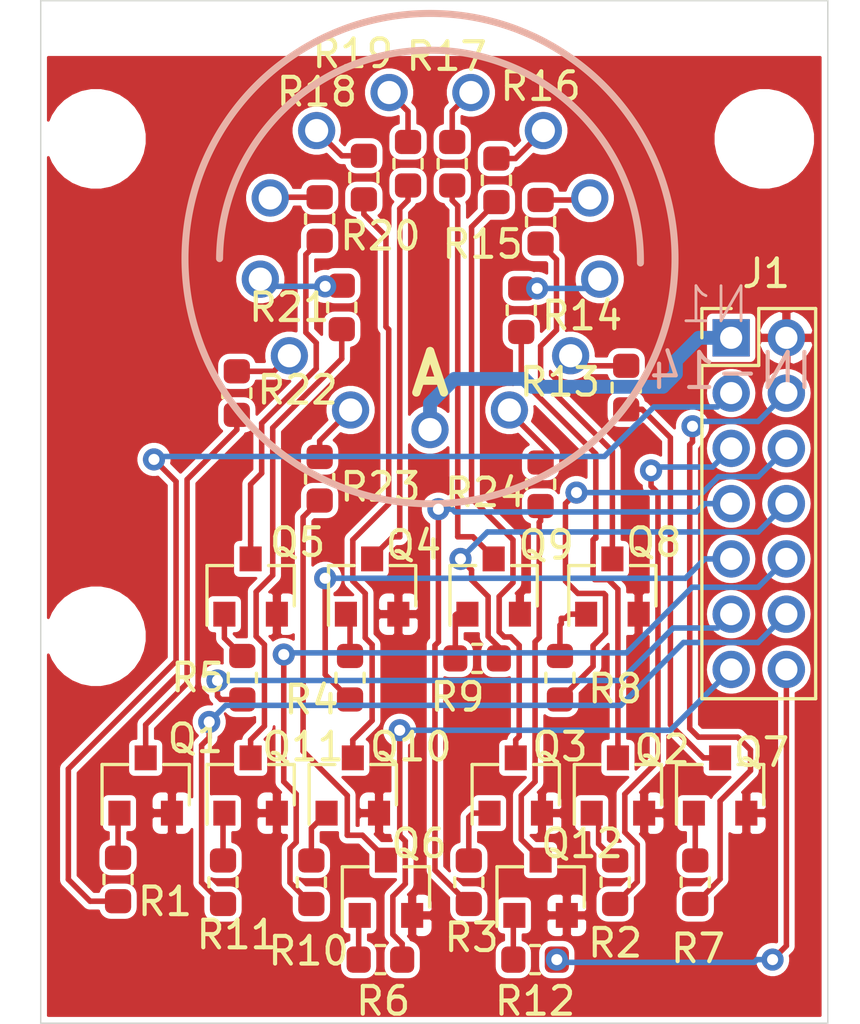
<source format=kicad_pcb>
(kicad_pcb (version 20171130) (host pcbnew "(5.1.2-1)-1")
  (layers (0 F.Cu signal) (31 B.Cu signal) (34 B.Paste user) (35 F.Paste user) (36 B.SilkS user hide) (37 F.SilkS user) (38 B.Mask user) (39 F.Mask user) (44 Edge.Cuts user))
  (net 0 "")
  (net 1 /PRD)
  (net 2 /PLD)
  (net 3 /P9)
  (net 4 /P8)
  (net 5 /P7)
  (net 6 /P6)
  (net 7 /P5)
  (net 8 /P4)
  (net 9 /P3)
  (net 10 /P2)
  (net 11 /P1)
  (net 12 /P0)
  (net 13 GND)
  (net 14 /+150V)
  (net 15 /O0)
  (net 16 /O1)
  (net 17 /O2)
  (net 18 /O3)
  (net 19 /O4)
  (net 20 /O5)
  (net 21 /O6)
  (net 22 /O7)
  (net 23 /O8)
  (net 24 /O9)
  (net 25 /OLD)
  (net 26 /ORD)
  (net 27 "Net-(N1-Pad0)")
  (net 28 "Net-(N1-Pad1)")
  (net 29 "Net-(N1-Pad2)")
  (net 30 "Net-(N1-Pad3)")
  (net 31 "Net-(N1-Pad4)")
  (net 32 "Net-(N1-Pad5)")
  (net 33 "Net-(N1-Pad6)")
  (net 34 "Net-(N1-Pad7)")
  (net 35 "Net-(N1-Pad8)")
  (net 36 "Net-(N1-Pad9)")
  (net 37 "Net-(N1-PadLHDP)")
  (net 38 "Net-(N1-PadRHDP)")
  (net 39 "Net-(Q1-Pad1)")
  (net 40 "Net-(Q2-Pad1)")
  (net 41 "Net-(Q3-Pad1)")
  (net 42 "Net-(Q4-Pad1)")
  (net 43 "Net-(Q5-Pad1)")
  (net 44 "Net-(Q6-Pad1)")
  (net 45 "Net-(Q7-Pad1)")
  (net 46 "Net-(Q8-Pad1)")
  (net 47 "Net-(Q9-Pad1)")
  (net 48 "Net-(Q10-Pad1)")
  (net 49 "Net-(Q11-Pad1)")
  (net 50 "Net-(Q12-Pad1)")
  (module MountingHole:MountingHole_3.2mm_M3 (layer F.Cu) (at 152 101)
    (fp_text reference REF** hide)
    (fp_text value MountingHole_3.2mm_M3)
    (pad 1 np_thru_hole circle (at 0 0) (size 3.2 3.2) (drill 3.2) (layers *.Cu *.Mask))
  )
  (module MountingHole:MountingHole_3.2mm_M3 (layer F.Cu) (at 152 83)
    (fp_text reference REF** hide)
    (fp_text value MountingHole_3.2mm_M3)
    (pad 1 np_thru_hole circle (at 0 0) (size 3.2 3.2) (drill 3.2) (layers *.Cu *.Mask))
  )
  (module MountingHole:MountingHole_3.2mm_M3 (layer F.Cu) (at 176.2 83)
    (fp_text reference REF** hide)
    (fp_text value MountingHole_3.2mm_M3)
    (pad 1 np_thru_hole circle (at 0 0) (size 3.2 3.2) (drill 3.2) (layers *.Cu *.Mask))
  )
  (module Connector_PinHeader_2.00mm:PinHeader_2x07_P2.00mm_Vertical (layer F.Cu) (at 175 90.2)
    (fp_text reference J1 (at 1.27 -2.33) (layer F.SilkS))
    (fp_text value 2x7_2.54mm)
    (pad 14 thru_hole oval (at 2 12) (size 1.35 1.35) (drill 0.8) (layers *.Cu *.Mask) (net 1 /PRD))
    (pad 13 thru_hole oval (at 0 12) (size 1.35 1.35) (drill 0.8) (layers *.Cu *.Mask) (net 2 /PLD))
    (pad 12 thru_hole oval (at 2 10) (size 1.35 1.35) (drill 0.8) (layers *.Cu *.Mask) (net 3 /P9))
    (pad 11 thru_hole oval (at 0 10) (size 1.35 1.35) (drill 0.8) (layers *.Cu *.Mask) (net 4 /P8))
    (pad 10 thru_hole oval (at 2 8) (size 1.35 1.35) (drill 0.8) (layers *.Cu *.Mask) (net 5 /P7))
    (pad 9 thru_hole oval (at 0 8) (size 1.35 1.35) (drill 0.8) (layers *.Cu *.Mask) (net 6 /P6))
    (pad 8 thru_hole oval (at 2 6) (size 1.35 1.35) (drill 0.8) (layers *.Cu *.Mask) (net 7 /P5))
    (pad 7 thru_hole oval (at 0 6) (size 1.35 1.35) (drill 0.8) (layers *.Cu *.Mask) (net 8 /P4))
    (pad 6 thru_hole oval (at 2 4) (size 1.35 1.35) (drill 0.8) (layers *.Cu *.Mask) (net 9 /P3))
    (pad 5 thru_hole oval (at 0 4) (size 1.35 1.35) (drill 0.8) (layers *.Cu *.Mask) (net 10 /P2))
    (pad 4 thru_hole oval (at 2 2) (size 1.35 1.35) (drill 0.8) (layers *.Cu *.Mask) (net 11 /P1))
    (pad 3 thru_hole oval (at 0 2) (size 1.35 1.35) (drill 0.8) (layers *.Cu *.Mask) (net 12 /P0))
    (pad 2 thru_hole oval (at 2 0) (size 1.35 1.35) (drill 0.8) (layers *.Cu *.Mask) (net 13 GND))
    (pad 1 thru_hole rect (at 0 0) (size 1.35 1.35) (drill 0.8) (layers *.Cu *.Mask) (net 14 /+150V))
  )
  (module nixies-us:nixies-us-IN-14 (layer B.Cu) (at 164.09536 87.33296 180)
    (fp_text reference N1 (at -10.29536 -1.66704 180) (layer B.SilkS) (effects (font (size 1.27 1.27) (thickness 0.1016)) (justify mirror)))
    (fp_text value IN-14 (at -10.89536 -4.06704) (layer B.SilkS) (effects (font (size 1.27 1.27)) (justify mirror)))
    (pad 0 thru_hole circle (at 5.0927 -3.51536 180) (size 1.3462 1.3462) (drill 0.8382) (layers *.Cu *.Mask) (net 27 "Net-(N1-Pad0)"))
    (pad 1 thru_hole circle (at -5.0927 -3.51536 180) (size 1.3462 1.3462) (drill 0.8382) (layers *.Cu *.Mask) (net 28 "Net-(N1-Pad1)"))
    (pad 2 thru_hole circle (at -6.14426 -0.74422 180) (size 1.3462 1.3462) (drill 0.8382) (layers *.Cu *.Mask) (net 29 "Net-(N1-Pad2)"))
    (pad 3 thru_hole circle (at -5.78612 2.19456 180) (size 1.3462 1.3462) (drill 0.8382) (layers *.Cu *.Mask) (net 30 "Net-(N1-Pad3)"))
    (pad 4 thru_hole circle (at -4.10464 4.63296 180) (size 1.3462 1.3462) (drill 0.8382) (layers *.Cu *.Mask) (net 31 "Net-(N1-Pad4)"))
    (pad 5 thru_hole circle (at -1.48082 6.00964 180) (size 1.3462 1.3462) (drill 0.8382) (layers *.Cu *.Mask) (net 32 "Net-(N1-Pad5)"))
    (pad 6 thru_hole circle (at 1.48082 6.00964 180) (size 1.3462 1.3462) (drill 0.8382) (layers *.Cu *.Mask) (net 33 "Net-(N1-Pad6)"))
    (pad 7 thru_hole circle (at 4.10464 4.63296 180) (size 1.3462 1.3462) (drill 0.8382) (layers *.Cu *.Mask) (net 34 "Net-(N1-Pad7)"))
    (pad 8 thru_hole circle (at 5.78612 2.19456 180) (size 1.3462 1.3462) (drill 0.8382) (layers *.Cu *.Mask) (net 35 "Net-(N1-Pad8)"))
    (pad 9 thru_hole circle (at 6.14426 -0.74422 180) (size 1.3462 1.3462) (drill 0.8382) (layers *.Cu *.Mask) (net 36 "Net-(N1-Pad9)"))
    (pad A thru_hole circle (at 0 -6.18744 180) (size 1.3462 1.3462) (drill 0.8382) (layers *.Cu *.Mask) (net 14 /+150V))
    (pad LHDP thru_hole circle (at 2.87528 -5.47878 180) (size 1.3462 1.3462) (drill 0.8382) (layers *.Cu *.Mask) (net 37 "Net-(N1-PadLHDP)"))
    (pad RHDP thru_hole circle (at -2.87528 -5.47878 180) (size 1.3462 1.3462) (drill 0.8382) (layers *.Cu *.Mask) (net 38 "Net-(N1-PadRHDP)"))
  )
  (module Package_TO_SOT_SMD:SOT-23 (layer F.Cu) (at 153.8 106.4 90)
    (fp_text reference Q1 (at 1.7 1.8 180) (layer F.SilkS))
    (fp_text value BSS139)
    (pad 1 smd rect (at -1 -0.95 90) (size 0.9 0.8) (layers F.Cu F.Paste F.Mask) (net 39 "Net-(Q1-Pad1)"))
    (pad 2 smd rect (at -1 0.95 90) (size 0.9 0.8) (layers F.Cu F.Paste F.Mask) (net 13 GND))
    (pad 3 smd rect (at 1 0 90) (size 0.9 0.8) (layers F.Cu F.Paste F.Mask) (net 15 /O0))
  )
  (module Package_TO_SOT_SMD:SOT-23 (layer F.Cu) (at 170.9 106.4 90)
    (fp_text reference Q2 (at 1.3 1.6 180) (layer F.SilkS))
    (fp_text value BSS139)
    (pad 1 smd rect (at -1 -0.95 90) (size 0.9 0.8) (layers F.Cu F.Paste F.Mask) (net 40 "Net-(Q2-Pad1)"))
    (pad 2 smd rect (at -1 0.95 90) (size 0.9 0.8) (layers F.Cu F.Paste F.Mask) (net 13 GND))
    (pad 3 smd rect (at 1 0 90) (size 0.9 0.8) (layers F.Cu F.Paste F.Mask) (net 17 /O2))
  )
  (module Package_TO_SOT_SMD:SOT-23 (layer F.Cu) (at 167.2 106.4 90)
    (fp_text reference Q3 (at 1.4 1.6 180) (layer F.SilkS))
    (fp_text value BSS139)
    (pad 1 smd rect (at -1 -0.95 90) (size 0.9 0.8) (layers F.Cu F.Paste F.Mask) (net 41 "Net-(Q3-Pad1)"))
    (pad 2 smd rect (at -1 0.95 90) (size 0.9 0.8) (layers F.Cu F.Paste F.Mask) (net 13 GND))
    (pad 3 smd rect (at 1 0 90) (size 0.9 0.8) (layers F.Cu F.Paste F.Mask) (net 19 /O4))
  )
  (module Package_TO_SOT_SMD:SOT-23 (layer F.Cu) (at 162 99.2 90)
    (fp_text reference Q4 (at 1.5 1.5 180) (layer F.SilkS))
    (fp_text value BSS139)
    (pad 1 smd rect (at -1 -0.95 90) (size 0.9 0.8) (layers F.Cu F.Paste F.Mask) (net 42 "Net-(Q4-Pad1)"))
    (pad 2 smd rect (at -1 0.95 90) (size 0.9 0.8) (layers F.Cu F.Paste F.Mask) (net 13 GND))
    (pad 3 smd rect (at 1 0 90) (size 0.9 0.8) (layers F.Cu F.Paste F.Mask) (net 21 /O6))
  )
  (module Package_TO_SOT_SMD:SOT-23 (layer F.Cu) (at 157.6 99.2 90)
    (fp_text reference Q5 (at 1.6 1.7 180) (layer F.SilkS))
    (fp_text value BSS139)
    (pad 3 smd rect (at 1 0 90) (size 0.9 0.8) (layers F.Cu F.Paste F.Mask) (net 23 /O8))
    (pad 2 smd rect (at -1 0.95 90) (size 0.9 0.8) (layers F.Cu F.Paste F.Mask) (net 13 GND))
    (pad 1 smd rect (at -1 -0.95 90) (size 0.9 0.8) (layers F.Cu F.Paste F.Mask) (net 43 "Net-(Q5-Pad1)"))
  )
  (module Package_TO_SOT_SMD:SOT-23 (layer F.Cu) (at 162.5 110.1 90)
    (fp_text reference Q6 (at 1.6 1.2 180) (layer F.SilkS))
    (fp_text value BSS139)
    (pad 3 smd rect (at 1 0 90) (size 0.9 0.8) (layers F.Cu F.Paste F.Mask) (net 25 /OLD))
    (pad 2 smd rect (at -1 0.95 90) (size 0.9 0.8) (layers F.Cu F.Paste F.Mask) (net 13 GND))
    (pad 1 smd rect (at -1 -0.95 90) (size 0.9 0.8) (layers F.Cu F.Paste F.Mask) (net 44 "Net-(Q6-Pad1)"))
  )
  (module Package_TO_SOT_SMD:SOT-23 (layer F.Cu) (at 174.6 106.4 90)
    (fp_text reference Q7 (at 1.2 1.5) (layer F.SilkS))
    (fp_text value BSS139)
    (pad 3 smd rect (at 1 0 90) (size 0.9 0.8) (layers F.Cu F.Paste F.Mask) (net 16 /O1))
    (pad 2 smd rect (at -1 0.95 90) (size 0.9 0.8) (layers F.Cu F.Paste F.Mask) (net 13 GND))
    (pad 1 smd rect (at -1 -0.95 90) (size 0.9 0.8) (layers F.Cu F.Paste F.Mask) (net 45 "Net-(Q7-Pad1)"))
  )
  (module Package_TO_SOT_SMD:SOT-23 (layer F.Cu) (at 170.7 99.2 90)
    (fp_text reference Q8 (at 1.6 1.5 180) (layer F.SilkS))
    (fp_text value BSS139)
    (pad 3 smd rect (at 1 0 90) (size 0.9 0.8) (layers F.Cu F.Paste F.Mask) (net 18 /O3))
    (pad 2 smd rect (at -1 0.95 90) (size 0.9 0.8) (layers F.Cu F.Paste F.Mask) (net 13 GND))
    (pad 1 smd rect (at -1 -0.95 90) (size 0.9 0.8) (layers F.Cu F.Paste F.Mask) (net 46 "Net-(Q8-Pad1)"))
  )
  (module Package_TO_SOT_SMD:SOT-23 (layer F.Cu) (at 166.4 99.2 90)
    (fp_text reference Q9 (at 1.5 1.9 180) (layer F.SilkS))
    (fp_text value BSS139)
    (pad 3 smd rect (at 1 0 90) (size 0.9 0.8) (layers F.Cu F.Paste F.Mask) (net 20 /O5))
    (pad 2 smd rect (at -1 0.95 90) (size 0.9 0.8) (layers F.Cu F.Paste F.Mask) (net 13 GND))
    (pad 1 smd rect (at -1 -0.95 90) (size 0.9 0.8) (layers F.Cu F.Paste F.Mask) (net 47 "Net-(Q9-Pad1)"))
  )
  (module Package_TO_SOT_SMD:SOT-23 (layer F.Cu) (at 161.3 106.4 90)
    (fp_text reference Q10 (at 1.4 2.1 180) (layer F.SilkS))
    (fp_text value BSS139)
    (pad 3 smd rect (at 1 0 90) (size 0.9 0.8) (layers F.Cu F.Paste F.Mask) (net 22 /O7))
    (pad 2 smd rect (at -1 0.95 90) (size 0.9 0.8) (layers F.Cu F.Paste F.Mask) (net 13 GND))
    (pad 1 smd rect (at -1 -0.95 90) (size 0.9 0.8) (layers F.Cu F.Paste F.Mask) (net 48 "Net-(Q10-Pad1)"))
  )
  (module Package_TO_SOT_SMD:SOT-23 (layer F.Cu) (at 157.6 106.4 90)
    (fp_text reference Q11 (at 1.4 1.9 180) (layer F.SilkS))
    (fp_text value BSS139)
    (pad 1 smd rect (at -1 -0.95 90) (size 0.9 0.8) (layers F.Cu F.Paste F.Mask) (net 49 "Net-(Q11-Pad1)"))
    (pad 2 smd rect (at -1 0.95 90) (size 0.9 0.8) (layers F.Cu F.Paste F.Mask) (net 13 GND))
    (pad 3 smd rect (at 1 0 90) (size 0.9 0.8) (layers F.Cu F.Paste F.Mask) (net 24 /O9))
  )
  (module Package_TO_SOT_SMD:SOT-23 (layer F.Cu) (at 168.1 110.1 90)
    (fp_text reference Q12 (at 1.6 1.5 180) (layer F.SilkS))
    (fp_text value BSS139)
    (pad 1 smd rect (at -1 -0.95 90) (size 0.9 0.8) (layers F.Cu F.Paste F.Mask) (net 50 "Net-(Q12-Pad1)"))
    (pad 2 smd rect (at -1 0.95 90) (size 0.9 0.8) (layers F.Cu F.Paste F.Mask) (net 13 GND))
    (pad 3 smd rect (at 1 0 90) (size 0.9 0.8) (layers F.Cu F.Paste F.Mask) (net 26 /ORD))
  )
  (module Resistor_SMD:R_0603_1608Metric (layer F.Cu) (at 152.8 109.8 90)
    (fp_text reference R1 (at -0.8 1.7 180) (layer F.SilkS))
    (fp_text value 10K)
    (pad 1 smd roundrect (at -0.7875 0 90) (size 0.875 0.95) (layers F.Cu F.Paste F.Mask) (net 12 /P0))
    (pad 2 smd roundrect (at 0.7875 0 90) (size 0.875 0.95) (layers F.Cu F.Paste F.Mask) (net 39 "Net-(Q1-Pad1)"))
  )
  (module Resistor_SMD:R_0603_1608Metric (layer F.Cu) (at 170.8 109.9 90)
    (fp_text reference R2 (at -2.2 0 180) (layer F.SilkS))
    (fp_text value 10K)
    (pad 1 smd roundrect (at -0.7875 0 90) (size 0.875 0.95) (layers F.Cu F.Paste F.Mask) (net 10 /P2))
    (pad 2 smd roundrect (at 0.7875 0 90) (size 0.875 0.95) (layers F.Cu F.Paste F.Mask) (net 40 "Net-(Q2-Pad1)"))
  )
  (module Resistor_SMD:R_0603_1608Metric (layer F.Cu) (at 165.5 109.9 90)
    (fp_text reference R3 (at -2 0.1 180) (layer F.SilkS))
    (fp_text value 10K)
    (pad 1 smd roundrect (at -0.7875 0 90) (size 0.875 0.95) (layers F.Cu F.Paste F.Mask) (net 8 /P4))
    (pad 2 smd roundrect (at 0.7875 0 90) (size 0.875 0.95) (layers F.Cu F.Paste F.Mask) (net 41 "Net-(Q3-Pad1)"))
  )
  (module Resistor_SMD:R_0603_1608Metric (layer F.Cu) (at 161.2 102.5 90)
    (fp_text reference R4 (at -0.8 -1.4 180) (layer F.SilkS))
    (fp_text value 10K)
    (pad 1 smd roundrect (at -0.7875 0 90) (size 0.875 0.95) (layers F.Cu F.Paste F.Mask) (net 6 /P6))
    (pad 2 smd roundrect (at 0.7875 0 90) (size 0.875 0.95) (layers F.Cu F.Paste F.Mask) (net 42 "Net-(Q4-Pad1)"))
  )
  (module Resistor_SMD:R_0603_1608Metric (layer F.Cu) (at 157.3 102.5 90)
    (fp_text reference R5 (at 0 -1.6 180) (layer F.SilkS))
    (fp_text value 10K)
    (pad 1 smd roundrect (at -0.7875 0 90) (size 0.875 0.95) (layers F.Cu F.Paste F.Mask) (net 4 /P8))
    (pad 2 smd roundrect (at 0.7875 0 90) (size 0.875 0.95) (layers F.Cu F.Paste F.Mask) (net 43 "Net-(Q5-Pad1)"))
  )
  (module Resistor_SMD:R_0603_1608Metric (layer F.Cu) (at 162.3 112.7 180)
    (fp_text reference R6 (at -0.1 -1.5) (layer F.SilkS))
    (fp_text value 10K)
    (pad 1 smd roundrect (at -0.7875 0 180) (size 0.875 0.95) (layers F.Cu F.Paste F.Mask) (net 2 /PLD))
    (pad 2 smd roundrect (at 0.7875 0 180) (size 0.875 0.95) (layers F.Cu F.Paste F.Mask) (net 44 "Net-(Q6-Pad1)"))
  )
  (module Resistor_SMD:R_0603_1608Metric (layer F.Cu) (at 173.7 109.9 90)
    (fp_text reference R7 (at -2.4 0.1 180) (layer F.SilkS))
    (fp_text value 10K)
    (pad 2 smd roundrect (at 0.7875 0 90) (size 0.875 0.95) (layers F.Cu F.Paste F.Mask) (net 45 "Net-(Q7-Pad1)"))
    (pad 1 smd roundrect (at -0.7875 0 90) (size 0.875 0.95) (layers F.Cu F.Paste F.Mask) (net 11 /P1))
  )
  (module Resistor_SMD:R_0603_1608Metric (layer F.Cu) (at 168.8 102.5 90)
    (fp_text reference R8 (at -0.4 2 180) (layer F.SilkS))
    (fp_text value 10K)
    (pad 1 smd roundrect (at -0.7875 0 90) (size 0.875 0.95) (layers F.Cu F.Paste F.Mask) (net 9 /P3))
    (pad 2 smd roundrect (at 0.7875 0 90) (size 0.875 0.95) (layers F.Cu F.Paste F.Mask) (net 46 "Net-(Q8-Pad1)"))
  )
  (module Resistor_SMD:R_0603_1608Metric (layer F.Cu) (at 165.8 101.8 180)
    (fp_text reference R9 (at 0.7125 -1.4) (layer F.SilkS))
    (fp_text value 10K)
    (pad 1 smd roundrect (at -0.7875 0 180) (size 0.875 0.95) (layers F.Cu F.Paste F.Mask) (net 7 /P5))
    (pad 2 smd roundrect (at 0.7875 0 180) (size 0.875 0.95) (layers F.Cu F.Paste F.Mask) (net 47 "Net-(Q9-Pad1)"))
  )
  (module Resistor_SMD:R_0603_1608Metric (layer F.Cu) (at 159.8 109.9 90)
    (fp_text reference R10 (at -2.4875 -0.1 180) (layer F.SilkS))
    (fp_text value 10K)
    (pad 1 smd roundrect (at -0.7875 0 90) (size 0.875 0.95) (layers F.Cu F.Paste F.Mask) (net 5 /P7))
    (pad 2 smd roundrect (at 0.7875 0 90) (size 0.875 0.95) (layers F.Cu F.Paste F.Mask) (net 48 "Net-(Q10-Pad1)"))
  )
  (module Resistor_SMD:R_0603_1608Metric (layer F.Cu) (at 156.6 109.9 90)
    (fp_text reference R11 (at -1.9 0.5 180) (layer F.SilkS))
    (fp_text value 10K)
    (pad 1 smd roundrect (at -0.7875 0 90) (size 0.875 0.95) (layers F.Cu F.Paste F.Mask) (net 3 /P9))
    (pad 2 smd roundrect (at 0.7875 0 90) (size 0.875 0.95) (layers F.Cu F.Paste F.Mask) (net 49 "Net-(Q11-Pad1)"))
  )
  (module Resistor_SMD:R_0603_1608Metric (layer F.Cu) (at 167.9 112.7 180)
    (fp_text reference R12 (at 0 -1.5) (layer F.SilkS))
    (fp_text value 10K)
    (pad 2 smd roundrect (at 0.7875 0 180) (size 0.875 0.95) (layers F.Cu F.Paste F.Mask) (net 50 "Net-(Q12-Pad1)"))
    (pad 1 smd roundrect (at -0.7875 0 180) (size 0.875 0.95) (layers F.Cu F.Paste F.Mask) (net 1 /PRD))
  )
  (module Resistor_SMD:R_0603_1608Metric (layer F.Cu) (at 171.2 92 90)
    (fp_text reference R13 (at 0.2 -2.4 180) (layer F.SilkS))
    (fp_text value 10K)
    (pad 2 smd roundrect (at 0.7875 0 90) (size 0.875 0.95) (layers F.Cu F.Paste F.Mask) (net 28 "Net-(N1-Pad1)"))
    (pad 1 smd roundrect (at -0.7875 0 90) (size 0.875 0.95) (layers F.Cu F.Paste F.Mask) (net 16 /O1))
  )
  (module Resistor_SMD:R_0603_1608Metric (layer F.Cu) (at 167.4 89.2 90)
    (fp_text reference R14 (at -0.2 2.2 180) (layer F.SilkS))
    (fp_text value 10K)
    (pad 1 smd roundrect (at -0.7875 0 90) (size 0.875 0.95) (layers F.Cu F.Paste F.Mask) (net 17 /O2))
    (pad 2 smd roundrect (at 0.7875 0 90) (size 0.875 0.95) (layers F.Cu F.Paste F.Mask) (net 29 "Net-(N1-Pad2)"))
  )
  (module Resistor_SMD:R_0603_1608Metric (layer F.Cu) (at 168.1 86 90)
    (fp_text reference R15 (at -0.8125 -2.1 180) (layer F.SilkS))
    (fp_text value 10K)
    (pad 2 smd roundrect (at 0.7875 0 90) (size 0.875 0.95) (layers F.Cu F.Paste F.Mask) (net 30 "Net-(N1-Pad3)"))
    (pad 1 smd roundrect (at -0.7875 0 90) (size 0.875 0.95) (layers F.Cu F.Paste F.Mask) (net 18 /O3))
  )
  (module Resistor_SMD:R_0603_1608Metric (layer F.Cu) (at 166.5 84.5 90)
    (fp_text reference R16 (at 3.4 1.6 180) (layer F.SilkS))
    (fp_text value 10K)
    (pad 2 smd roundrect (at 0.7875 0 90) (size 0.875 0.95) (layers F.Cu F.Paste F.Mask) (net 31 "Net-(N1-Pad4)"))
    (pad 1 smd roundrect (at -0.7875 0 90) (size 0.875 0.95) (layers F.Cu F.Paste F.Mask) (net 19 /O4))
  )
  (module Resistor_SMD:R_0603_1608Metric (layer F.Cu) (at 164.9 83.9 90)
    (fp_text reference R17 (at 3.8875 -0.2 180) (layer F.SilkS))
    (fp_text value 10K)
    (pad 2 smd roundrect (at 0.7875 0 90) (size 0.875 0.95) (layers F.Cu F.Paste F.Mask) (net 32 "Net-(N1-Pad5)"))
    (pad 1 smd roundrect (at -0.7875 0 90) (size 0.875 0.95) (layers F.Cu F.Paste F.Mask) (net 20 /O5))
  )
  (module Resistor_SMD:R_0603_1608Metric (layer F.Cu) (at 163.3 83.9 90)
    (fp_text reference R18 (at 2.6 -3.3 180) (layer F.SilkS))
    (fp_text value 10K)
    (pad 2 smd roundrect (at 0.7875 0 90) (size 0.875 0.95) (layers F.Cu F.Paste F.Mask) (net 33 "Net-(N1-Pad6)"))
    (pad 1 smd roundrect (at -0.7875 0 90) (size 0.875 0.95) (layers F.Cu F.Paste F.Mask) (net 21 /O6))
  )
  (module Resistor_SMD:R_0603_1608Metric (layer F.Cu) (at 161.7 84.4 90)
    (fp_text reference R19 (at 4.4875 -0.4 180) (layer F.SilkS))
    (fp_text value 10K)
    (pad 2 smd roundrect (at 0.7875 0 90) (size 0.875 0.95) (layers F.Cu F.Paste F.Mask) (net 34 "Net-(N1-Pad7)"))
    (pad 1 smd roundrect (at -0.7875 0 90) (size 0.875 0.95) (layers F.Cu F.Paste F.Mask) (net 22 /O7))
  )
  (module Resistor_SMD:R_0603_1608Metric (layer F.Cu) (at 160.1 85.9 90)
    (fp_text reference R20 (at -0.6125 2.2 180) (layer F.SilkS))
    (fp_text value 10K)
    (pad 2 smd roundrect (at 0.7875 0 90) (size 0.875 0.95) (layers F.Cu F.Paste F.Mask) (net 35 "Net-(N1-Pad8)"))
    (pad 1 smd roundrect (at -0.7875 0 90) (size 0.875 0.95) (layers F.Cu F.Paste F.Mask) (net 23 /O8))
  )
  (module Resistor_SMD:R_0603_1608Metric (layer F.Cu) (at 160.9 89.1 90)
    (fp_text reference R21 (at 0 -1.9 180) (layer F.SilkS))
    (fp_text value 10K)
    (pad 2 smd roundrect (at 0.7875 0 90) (size 0.875 0.95) (layers F.Cu F.Paste F.Mask) (net 36 "Net-(N1-Pad9)"))
    (pad 1 smd roundrect (at -0.7875 0 90) (size 0.875 0.95) (layers F.Cu F.Paste F.Mask) (net 24 /O9))
  )
  (module Resistor_SMD:R_0603_1608Metric (layer F.Cu) (at 157.1 92.2 90)
    (fp_text reference R22 (at 0.1125 2.2 180) (layer F.SilkS))
    (fp_text value 10K)
    (pad 1 smd roundrect (at -0.7875 0 90) (size 0.875 0.95) (layers F.Cu F.Paste F.Mask) (net 15 /O0))
    (pad 2 smd roundrect (at 0.7875 0 90) (size 0.875 0.95) (layers F.Cu F.Paste F.Mask) (net 27 "Net-(N1-Pad0)"))
  )
  (module Resistor_SMD:R_0603_1608Metric (layer F.Cu) (at 160.1 95.3 270)
    (fp_text reference R23 (at 0.3 -2.2 180) (layer F.SilkS))
    (fp_text value 10K)
    (pad 2 smd roundrect (at 0.7875 0 270) (size 0.875 0.95) (layers F.Cu F.Paste F.Mask) (net 25 /OLD))
    (pad 1 smd roundrect (at -0.7875 0 270) (size 0.875 0.95) (layers F.Cu F.Paste F.Mask) (net 37 "Net-(N1-PadLHDP)"))
  )
  (module Resistor_SMD:R_0603_1608Metric (layer F.Cu) (at 168.1 95.5 270)
    (fp_text reference R24 (at 0.3 2 180) (layer F.SilkS))
    (fp_text value 10K)
    (pad 1 smd roundrect (at -0.7875 0 270) (size 0.875 0.95) (layers F.Cu F.Paste F.Mask) (net 38 "Net-(N1-PadRHDP)"))
    (pad 2 smd roundrect (at 0.7875 0 270) (size 0.875 0.95) (layers F.Cu F.Paste F.Mask) (net 26 /ORD))
  )
  (gr_text A (at 164.1 91.5) (layer F.SilkS) (effects (font (size 1.5 1.5) (thickness 0.3))))
  (gr_line (start 150 78) (end 150 115) (layer Edge.Cuts) (width 0.05))
  (gr_line (start 178.5 78) (end 150 78) (layer Edge.Cuts) (width 0.05))
  (gr_line (start 178.5 115) (end 178.5 78) (layer Edge.Cuts) (width 0.05))
  (gr_line (start 150 115) (end 178.5 115) (layer Edge.Cuts) (width 0.05))
  (segment (start 177 102.2) (end 177 112.2) (width 0.2) (layer F.Cu) (net 1))
  (via (at 176.5 112.7) (size 0.8) (drill 0.4) (layers F.Cu B.Cu) (net 1))
  (segment (start 177 112.2) (end 176.5 112.7) (width 0.2) (layer F.Cu) (net 1))
  (segment (start 175.934315 112.7) (end 175.834315 112.8) (width 0.2) (layer B.Cu) (net 1))
  (segment (start 176.5 112.7) (end 175.934315 112.7) (width 0.2) (layer B.Cu) (net 1))
  (via (at 168.6875 112.7) (size 0.8) (drill 0.4) (layers F.Cu B.Cu) (net 1))
  (segment (start 168.7875 112.8) (end 168.6875 112.7) (width 0.2) (layer B.Cu) (net 1))
  (segment (start 175.834315 112.8) (end 168.7875 112.8) (width 0.2) (layer B.Cu) (net 1))
  (segment (start 175 102.2) (end 172.8 104.4) (width 0.2) (layer B.Cu) (net 2))
  (via (at 163 104.4) (size 0.8) (drill 0.4) (layers F.Cu B.Cu) (net 2))
  (segment (start 172.8 104.4) (end 163 104.4) (width 0.2) (layer B.Cu) (net 2))
  (segment (start 163.0875 112.125) (end 163.0875 112.7) (width 0.2) (layer F.Cu) (net 2))
  (segment (start 162.749999 111.787499) (end 163.0875 112.125) (width 0.2) (layer F.Cu) (net 2))
  (segment (start 162.749999 110.409999) (end 162.749999 111.787499) (width 0.2) (layer F.Cu) (net 2))
  (segment (start 163.200001 109.959997) (end 162.749999 110.409999) (width 0.2) (layer F.Cu) (net 2))
  (segment (start 163.200001 108.409999) (end 163.200001 109.959997) (width 0.2) (layer F.Cu) (net 2))
  (segment (start 163 108.209998) (end 163.200001 108.409999) (width 0.2) (layer F.Cu) (net 2))
  (segment (start 163 104.4) (end 163 108.209998) (width 0.2) (layer F.Cu) (net 2))
  (segment (start 177 100.2) (end 175.975001 101.224999) (width 0.2) (layer B.Cu) (net 3))
  (segment (start 175.975001 101.224999) (end 173.275001 101.224999) (width 0.2) (layer B.Cu) (net 3))
  (segment (start 173.275001 101.224999) (end 171 103.5) (width 0.2) (layer B.Cu) (net 3))
  (segment (start 171 103.5) (end 156.7 103.5) (width 0.2) (layer B.Cu) (net 3))
  (via (at 156.1 104.1) (size 0.8) (drill 0.4) (layers F.Cu B.Cu) (net 3))
  (segment (start 156.7 103.5) (end 156.1 104.1) (width 0.2) (layer B.Cu) (net 3))
  (segment (start 156.138388 110.225888) (end 156.6 110.6875) (width 0.2) (layer F.Cu) (net 3))
  (segment (start 155.82499 109.91249) (end 156.138388 110.225888) (width 0.2) (layer F.Cu) (net 3))
  (segment (start 155.82499 104.940695) (end 155.82499 109.91249) (width 0.2) (layer F.Cu) (net 3))
  (segment (start 156.1 104.665685) (end 155.82499 104.940695) (width 0.2) (layer F.Cu) (net 3))
  (segment (start 156.1 104.1) (end 156.1 104.665685) (width 0.2) (layer F.Cu) (net 3))
  (via (at 156.4 102.6) (size 0.8) (drill 0.4) (layers F.Cu B.Cu) (net 4))
  (segment (start 156.4 103.165685) (end 156.521815 103.2875) (width 0.2) (layer F.Cu) (net 4))
  (segment (start 156.521815 103.2875) (end 157.3 103.2875) (width 0.2) (layer F.Cu) (net 4))
  (segment (start 156.4 102.6) (end 156.4 103.165685) (width 0.2) (layer F.Cu) (net 4))
  (segment (start 171 102.6) (end 156.4 102.6) (width 0.2) (layer B.Cu) (net 4))
  (segment (start 172.9 100.7) (end 171 102.6) (width 0.2) (layer B.Cu) (net 4))
  (segment (start 174.5 100.7) (end 172.9 100.7) (width 0.2) (layer B.Cu) (net 4))
  (segment (start 175 100.2) (end 174.5 100.7) (width 0.2) (layer B.Cu) (net 4))
  (segment (start 173.586106 99.224999) (end 171.211105 101.6) (width 0.2) (layer B.Cu) (net 5))
  (segment (start 175.975001 99.224999) (end 173.586106 99.224999) (width 0.2) (layer B.Cu) (net 5))
  (segment (start 177 98.2) (end 175.975001 99.224999) (width 0.2) (layer B.Cu) (net 5))
  (via (at 158.8 101.660582) (size 0.8) (drill 0.4) (layers F.Cu B.Cu) (net 5))
  (segment (start 158.860582 101.6) (end 158.8 101.660582) (width 0.2) (layer B.Cu) (net 5))
  (segment (start 171.211105 101.6) (end 158.860582 101.6) (width 0.2) (layer B.Cu) (net 5))
  (segment (start 159.02499 109.91249) (end 159.8 110.6875) (width 0.2) (layer F.Cu) (net 5))
  (segment (start 159.02499 108.67887) (end 159.02499 109.91249) (width 0.2) (layer F.Cu) (net 5))
  (segment (start 159.250001 106.709999) (end 159.250001 108.453859) (width 0.2) (layer F.Cu) (net 5))
  (segment (start 158.8 101.660582) (end 158.8 106.259998) (width 0.2) (layer F.Cu) (net 5))
  (segment (start 158.8 106.259998) (end 159.250001 106.709999) (width 0.2) (layer F.Cu) (net 5))
  (segment (start 159.250001 108.453859) (end 159.02499 108.67887) (width 0.2) (layer F.Cu) (net 5))
  (segment (start 174.045406 98.2) (end 173.345406 98.9) (width 0.2) (layer B.Cu) (net 6))
  (segment (start 175 98.2) (end 174.045406 98.2) (width 0.2) (layer B.Cu) (net 6))
  (segment (start 173.345406 98.9) (end 160.9 98.9) (width 0.2) (layer B.Cu) (net 6))
  (segment (start 160.9 98.9) (end 160.5 98.9) (width 0.2) (layer B.Cu) (net 6))
  (via (at 160.3 98.9) (size 0.8) (drill 0.4) (layers F.Cu B.Cu) (net 6))
  (segment (start 160.5 98.9) (end 160.3 98.9) (width 0.2) (layer B.Cu) (net 6))
  (segment (start 160.3 102.3875) (end 161.2 103.2875) (width 0.2) (layer F.Cu) (net 6))
  (segment (start 160.3 98.9) (end 160.3 102.3875) (width 0.2) (layer F.Cu) (net 6))
  (segment (start 175.975001 97.224999) (end 166.175001 97.224999) (width 0.2) (layer B.Cu) (net 7))
  (segment (start 177 96.2) (end 175.975001 97.224999) (width 0.2) (layer B.Cu) (net 7))
  (via (at 165.2 98.2) (size 0.8) (drill 0.4) (layers F.Cu B.Cu) (net 7))
  (segment (start 166.175001 97.224999) (end 165.2 98.2) (width 0.2) (layer B.Cu) (net 7))
  (segment (start 166.5875 101.393201) (end 166.5875 101.8) (width 0.2) (layer F.Cu) (net 7))
  (segment (start 166.19999 101.005691) (end 166.5875 101.393201) (width 0.2) (layer F.Cu) (net 7))
  (segment (start 165.2 98.2) (end 165.599999 98.599999) (width 0.2) (layer F.Cu) (net 7))
  (segment (start 166.19999 99.559988) (end 166.19999 101.005691) (width 0.2) (layer F.Cu) (net 7))
  (segment (start 165.599999 98.599999) (end 165.599999 98.959997) (width 0.2) (layer F.Cu) (net 7))
  (segment (start 165.599999 98.959997) (end 166.19999 99.559988) (width 0.2) (layer F.Cu) (net 7))
  (segment (start 174.045406 96.2) (end 173.745405 96.500001) (width 0.2) (layer B.Cu) (net 8))
  (segment (start 173.745405 96.500001) (end 165.000001 96.500001) (width 0.2) (layer B.Cu) (net 8))
  (segment (start 175 96.2) (end 174.045406 96.2) (width 0.2) (layer B.Cu) (net 8))
  (via (at 164.4 96.4) (size 0.8) (drill 0.4) (layers F.Cu B.Cu) (net 8))
  (segment (start 164.9 96.4) (end 164.4 96.4) (width 0.2) (layer B.Cu) (net 8))
  (segment (start 165.000001 96.500001) (end 164.9 96.4) (width 0.2) (layer B.Cu) (net 8))
  (segment (start 164.27499 109.46249) (end 165.038388 110.225888) (width 0.2) (layer F.Cu) (net 8))
  (segment (start 164.27499 101.32887) (end 164.27499 109.46249) (width 0.2) (layer F.Cu) (net 8))
  (segment (start 164.4 101.20386) (end 164.27499 101.32887) (width 0.2) (layer F.Cu) (net 8))
  (segment (start 165.038388 110.225888) (end 165.5 110.6875) (width 0.2) (layer F.Cu) (net 8))
  (segment (start 164.4 96.4) (end 164.4 101.20386) (width 0.2) (layer F.Cu) (net 8))
  (segment (start 169.1 95.8) (end 169.4 95.8) (width 0.2) (layer B.Cu) (net 9))
  (segment (start 173.965699 95.8) (end 169.1 95.8) (width 0.2) (layer B.Cu) (net 9))
  (segment (start 175.975001 95.224999) (end 174.5407 95.224999) (width 0.2) (layer B.Cu) (net 9))
  (segment (start 177 94.2) (end 175.975001 95.224999) (width 0.2) (layer B.Cu) (net 9))
  (segment (start 174.5407 95.224999) (end 173.965699 95.8) (width 0.2) (layer B.Cu) (net 9))
  (via (at 169.4 95.8) (size 0.8) (drill 0.4) (layers F.Cu B.Cu) (net 9))
  (segment (start 169.449999 99.449999) (end 170.390001 99.449999) (width 0.2) (layer F.Cu) (net 9))
  (segment (start 170.390001 99.449999) (end 170.450001 99.509999) (width 0.2) (layer F.Cu) (net 9))
  (segment (start 169.000001 99.000001) (end 169.449999 99.449999) (width 0.2) (layer F.Cu) (net 9))
  (segment (start 169.000001 96.199999) (end 169.000001 99.000001) (width 0.2) (layer F.Cu) (net 9))
  (segment (start 169.4 95.8) (end 169.000001 96.199999) (width 0.2) (layer F.Cu) (net 9))
  (segment (start 170.450001 100.890001) (end 170 101.340002) (width 0.2) (layer F.Cu) (net 9))
  (segment (start 170.450001 99.509999) (end 170.450001 100.890001) (width 0.2) (layer F.Cu) (net 9))
  (segment (start 170 102.0875) (end 168.8 103.2875) (width 0.2) (layer F.Cu) (net 9))
  (segment (start 170 101.340002) (end 170 102.0875) (width 0.2) (layer F.Cu) (net 9))
  (segment (start 174.325001 94.874999) (end 172.325001 94.874999) (width 0.2) (layer B.Cu) (net 10))
  (segment (start 175 94.2) (end 174.325001 94.874999) (width 0.2) (layer B.Cu) (net 10))
  (via (at 172.1 95) (size 0.8) (drill 0.4) (layers F.Cu B.Cu) (net 10))
  (segment (start 172.2 95) (end 172.1 95) (width 0.2) (layer B.Cu) (net 10))
  (segment (start 172.325001 94.874999) (end 172.2 95) (width 0.2) (layer B.Cu) (net 10))
  (segment (start 171.6 108.540002) (end 171.6 109.8875) (width 0.2) (layer F.Cu) (net 10))
  (segment (start 171.149999 108.090001) (end 171.6 108.540002) (width 0.2) (layer F.Cu) (net 10))
  (segment (start 171.6 109.8875) (end 170.8 110.6875) (width 0.2) (layer F.Cu) (net 10))
  (segment (start 172.350001 105.509997) (end 171.149999 106.709999) (width 0.2) (layer F.Cu) (net 10))
  (segment (start 171.149999 106.709999) (end 171.149999 108.090001) (width 0.2) (layer F.Cu) (net 10))
  (segment (start 172.350001 95.815686) (end 172.350001 105.509997) (width 0.2) (layer F.Cu) (net 10))
  (segment (start 172.1 95.565685) (end 172.350001 95.815686) (width 0.2) (layer F.Cu) (net 10))
  (segment (start 172.1 95) (end 172.1 95.565685) (width 0.2) (layer F.Cu) (net 10))
  (segment (start 177 92.2) (end 175.975001 93.224999) (width 0.2) (layer B.Cu) (net 11))
  (segment (start 175.324999 93.224999) (end 175.3 93.2) (width 0.2) (layer B.Cu) (net 11))
  (segment (start 175.975001 93.224999) (end 175.324999 93.224999) (width 0.2) (layer B.Cu) (net 11))
  (segment (start 175.324999 93.224999) (end 173.775001 93.224999) (width 0.2) (layer B.Cu) (net 11))
  (via (at 173.6 93.4) (size 0.8) (drill 0.4) (layers F.Cu B.Cu) (net 11))
  (segment (start 173.775001 93.224999) (end 173.6 93.4) (width 0.2) (layer B.Cu) (net 11))
  (segment (start 173.5 94.065685) (end 173.5 104.334302) (width 0.2) (layer F.Cu) (net 11))
  (segment (start 173.6 93.965685) (end 173.5 94.065685) (width 0.2) (layer F.Cu) (net 11))
  (segment (start 173.6 93.4) (end 173.6 93.965685) (width 0.2) (layer F.Cu) (net 11))
  (segment (start 175.240001 104.649999) (end 175.7 105.109998) (width 0.2) (layer F.Cu) (net 11))
  (segment (start 173.815697 104.649999) (end 175.240001 104.649999) (width 0.2) (layer F.Cu) (net 11))
  (segment (start 173.5 104.334302) (end 173.815697 104.649999) (width 0.2) (layer F.Cu) (net 11))
  (segment (start 175.7 105.859998) (end 174.6 106.959998) (width 0.2) (layer F.Cu) (net 11))
  (segment (start 175.7 105.109998) (end 175.7 105.859998) (width 0.2) (layer F.Cu) (net 11))
  (segment (start 174.6 109.7875) (end 173.7 110.6875) (width 0.2) (layer F.Cu) (net 11))
  (segment (start 174.6 106.959998) (end 174.6 109.7875) (width 0.2) (layer F.Cu) (net 11))
  (via (at 154.1 94.6) (size 0.8) (drill 0.4) (layers F.Cu B.Cu) (net 12))
  (segment (start 151.7875 110.5875) (end 152.8 110.5875) (width 0.2) (layer F.Cu) (net 12))
  (segment (start 151 105.8) (end 151 109.8) (width 0.2) (layer F.Cu) (net 12))
  (segment (start 154.9 95.4) (end 154.9 101.9) (width 0.2) (layer F.Cu) (net 12))
  (segment (start 151 109.8) (end 151.7875 110.5875) (width 0.2) (layer F.Cu) (net 12))
  (segment (start 154.9 101.9) (end 151 105.8) (width 0.2) (layer F.Cu) (net 12))
  (segment (start 154.1 94.6) (end 154.9 95.4) (width 0.2) (layer F.Cu) (net 12))
  (segment (start 154.206499 94.493501) (end 154.1 94.6) (width 0.2) (layer B.Cu) (net 12))
  (segment (start 170.406499 94.493501) (end 154.206499 94.493501) (width 0.2) (layer B.Cu) (net 12))
  (segment (start 172.2 92.7) (end 170.406499 94.493501) (width 0.2) (layer B.Cu) (net 12))
  (segment (start 174.5 92.7) (end 172.2 92.7) (width 0.2) (layer B.Cu) (net 12))
  (segment (start 175 92.2) (end 174.5 92.7) (width 0.2) (layer B.Cu) (net 12))
  (segment (start 167.792511 91.971421) (end 172.528579 91.971421) (width 0.5) (layer B.Cu) (net 14))
  (segment (start 167.509729 91.688639) (end 167.792511 91.971421) (width 0.5) (layer B.Cu) (net 14))
  (segment (start 164.975214 91.688639) (end 167.509729 91.688639) (width 0.5) (layer B.Cu) (net 14))
  (segment (start 164.09536 92.568493) (end 164.975214 91.688639) (width 0.5) (layer B.Cu) (net 14))
  (segment (start 164.09536 93.5204) (end 164.09536 92.568493) (width 0.5) (layer B.Cu) (net 14))
  (segment (start 172.528579 91.971421) (end 173 91.5) (width 0.5) (layer B.Cu) (net 14))
  (segment (start 173.825 90.2) (end 175 90.2) (width 0.5) (layer B.Cu) (net 14))
  (segment (start 173 91.025) (end 173.825 90.2) (width 0.5) (layer B.Cu) (net 14))
  (segment (start 173 91.5) (end 173 91.025) (width 0.5) (layer B.Cu) (net 14))
  (segment (start 155.30001 102.69999) (end 153.8 104.2) (width 0.2) (layer F.Cu) (net 15))
  (segment (start 155.30001 95.32499) (end 155.30001 102.69999) (width 0.2) (layer F.Cu) (net 15))
  (segment (start 157.1 93.525) (end 155.30001 95.32499) (width 0.2) (layer F.Cu) (net 15))
  (segment (start 153.8 104.2) (end 153.8 105.4) (width 0.2) (layer F.Cu) (net 15))
  (segment (start 157.1 92.9875) (end 157.1 93.525) (width 0.2) (layer F.Cu) (net 15))
  (segment (start 172.8 104.2) (end 174 105.4) (width 0.2) (layer F.Cu) (net 16))
  (segment (start 172.8 93.8125) (end 172.8 104.2) (width 0.2) (layer F.Cu) (net 16))
  (segment (start 174 105.4) (end 174.6 105.4) (width 0.2) (layer F.Cu) (net 16))
  (segment (start 171.775 92.7875) (end 172.8 93.8125) (width 0.2) (layer F.Cu) (net 16))
  (segment (start 171.2 92.7875) (end 171.775 92.7875) (width 0.2) (layer F.Cu) (net 16))
  (segment (start 170.9 105.399998) (end 170.9 105.4) (width 0.2) (layer F.Cu) (net 17))
  (segment (start 170.9 99.3) (end 170.9 105.399998) (width 0.2) (layer F.Cu) (net 17))
  (segment (start 170.059999 98.950001) (end 170.550001 98.950001) (width 0.2) (layer F.Cu) (net 17))
  (segment (start 169.999999 98.890001) (end 170.059999 98.950001) (width 0.2) (layer F.Cu) (net 17))
  (segment (start 169.999999 97.509999) (end 169.999999 98.890001) (width 0.2) (layer F.Cu) (net 17))
  (segment (start 170.059999 97.449999) (end 169.999999 97.509999) (width 0.2) (layer F.Cu) (net 17))
  (segment (start 167.4 91.7) (end 170.1 94.4) (width 0.2) (layer F.Cu) (net 17))
  (segment (start 170.1 97.449999) (end 170.059999 97.449999) (width 0.2) (layer F.Cu) (net 17))
  (segment (start 170.550001 98.950001) (end 170.9 99.3) (width 0.2) (layer F.Cu) (net 17))
  (segment (start 170.1 94.4) (end 170.1 97.449999) (width 0.2) (layer F.Cu) (net 17))
  (segment (start 167.4 89.9875) (end 167.4 91.7) (width 0.2) (layer F.Cu) (net 17))
  (segment (start 168.675001 87.362501) (end 168.675001 89.921189) (width 0.2) (layer F.Cu) (net 18))
  (segment (start 168.1 86.7875) (end 168.675001 87.362501) (width 0.2) (layer F.Cu) (net 18))
  (segment (start 168.1 90.49619) (end 168.1 91.7) (width 0.2) (layer F.Cu) (net 18))
  (segment (start 168.675001 89.921189) (end 168.1 90.49619) (width 0.2) (layer F.Cu) (net 18))
  (segment (start 170.7 94.3) (end 170.7 98.2) (width 0.2) (layer F.Cu) (net 18))
  (segment (start 168.1 91.7) (end 170.7 94.3) (width 0.2) (layer F.Cu) (net 18))
  (segment (start 167.200002 105.4) (end 167.2 105.4) (width 0.2) (layer F.Cu) (net 19))
  (segment (start 166.5 85.2875) (end 165.6 86.1875) (width 0.2) (layer F.Cu) (net 19))
  (segment (start 165.6 86.1875) (end 165.6 96.1) (width 0.2) (layer F.Cu) (net 19))
  (segment (start 167.100001 99.059997) (end 166.6 99.559998) (width 0.2) (layer F.Cu) (net 19))
  (segment (start 167.100001 97.509999) (end 167.100001 99.059997) (width 0.2) (layer F.Cu) (net 19))
  (segment (start 165.690002 96.1) (end 167.100001 97.509999) (width 0.2) (layer F.Cu) (net 19))
  (segment (start 165.6 96.1) (end 165.690002 96.1) (width 0.2) (layer F.Cu) (net 19))
  (segment (start 167.2 104.75) (end 167.2 105.4) (width 0.2) (layer F.Cu) (net 19))
  (segment (start 167.32501 104.62499) (end 167.2 104.75) (width 0.2) (layer F.Cu) (net 19))
  (segment (start 167.32501 101.32887) (end 167.32501 104.62499) (width 0.2) (layer F.Cu) (net 19))
  (segment (start 167.02113 101.02499) (end 167.32501 101.32887) (width 0.2) (layer F.Cu) (net 19))
  (segment (start 166.784988 101.02499) (end 167.02113 101.02499) (width 0.2) (layer F.Cu) (net 19))
  (segment (start 166.6 100.840002) (end 166.784988 101.02499) (width 0.2) (layer F.Cu) (net 19))
  (segment (start 166.6 99.559998) (end 166.6 100.840002) (width 0.2) (layer F.Cu) (net 19))
  (segment (start 164.9 85.225) (end 165.1 85.425) (width 0.2) (layer F.Cu) (net 20))
  (segment (start 164.9 84.6875) (end 164.9 85.225) (width 0.2) (layer F.Cu) (net 20))
  (segment (start 165.1 85.425) (end 165.1 97.4) (width 0.2) (layer F.Cu) (net 20))
  (segment (start 166.4 98.15) (end 166.4 98.2) (width 0.2) (layer F.Cu) (net 20))
  (segment (start 165.65 97.4) (end 166.4 98.15) (width 0.2) (layer F.Cu) (net 20))
  (segment (start 165.1 97.4) (end 165.65 97.4) (width 0.2) (layer F.Cu) (net 20))
  (segment (start 163.3 85.225) (end 163 85.525) (width 0.2) (layer F.Cu) (net 21))
  (segment (start 163.3 84.6875) (end 163.3 85.225) (width 0.2) (layer F.Cu) (net 21))
  (segment (start 163 85.525) (end 163 97.4) (width 0.2) (layer F.Cu) (net 21))
  (segment (start 162 98.15) (end 162 98.2) (width 0.2) (layer F.Cu) (net 21))
  (segment (start 162.75 97.4) (end 162 98.15) (width 0.2) (layer F.Cu) (net 21))
  (segment (start 163 97.4) (end 162.75 97.4) (width 0.2) (layer F.Cu) (net 21))
  (segment (start 161.750001 101.053861) (end 162 101.30386) (width 0.2) (layer F.Cu) (net 22))
  (segment (start 162.5 86.525) (end 162.5 89.8) (width 0.2) (layer F.Cu) (net 22))
  (segment (start 161.750001 99.450001) (end 161.750001 101.053861) (width 0.2) (layer F.Cu) (net 22))
  (segment (start 162 104.05) (end 161.3 104.75) (width 0.2) (layer F.Cu) (net 22))
  (segment (start 161.3 97.509998) (end 161.3 99) (width 0.2) (layer F.Cu) (net 22))
  (segment (start 162.59999 96.210008) (end 161.3 97.509998) (width 0.2) (layer F.Cu) (net 22))
  (segment (start 162.59999 89.89999) (end 162.59999 96.210008) (width 0.2) (layer F.Cu) (net 22))
  (segment (start 162 101.30386) (end 162 104.05) (width 0.2) (layer F.Cu) (net 22))
  (segment (start 161.7 85.1875) (end 161.7 85.725) (width 0.2) (layer F.Cu) (net 22))
  (segment (start 161.3 104.75) (end 161.3 105.4) (width 0.2) (layer F.Cu) (net 22))
  (segment (start 162.5 89.8) (end 162.59999 89.89999) (width 0.2) (layer F.Cu) (net 22))
  (segment (start 161.3 99) (end 161.750001 99.450001) (width 0.2) (layer F.Cu) (net 22))
  (segment (start 161.7 85.725) (end 162.5 86.525) (width 0.2) (layer F.Cu) (net 22))
  (segment (start 157.6 97.55) (end 157.6 98.2) (width 0.2) (layer F.Cu) (net 23))
  (segment (start 157.999989 95.100011) (end 157.6 95.5) (width 0.2) (layer F.Cu) (net 23))
  (segment (start 159.599999 90.005469) (end 159.975761 90.381231) (width 0.2) (layer F.Cu) (net 23))
  (segment (start 159.975761 91.315408) (end 157.999989 93.29118) (width 0.2) (layer F.Cu) (net 23))
  (segment (start 157.999989 93.29118) (end 157.999989 95.100011) (width 0.2) (layer F.Cu) (net 23))
  (segment (start 157.6 95.5) (end 157.6 97.55) (width 0.2) (layer F.Cu) (net 23))
  (segment (start 159.599999 87.187501) (end 159.599999 90.005469) (width 0.2) (layer F.Cu) (net 23))
  (segment (start 160.1 86.6875) (end 159.599999 87.187501) (width 0.2) (layer F.Cu) (net 23))
  (segment (start 159.975761 90.381231) (end 159.975761 91.315408) (width 0.2) (layer F.Cu) (net 23))
  (segment (start 158.1 104.25) (end 157.6 104.75) (width 0.2) (layer F.Cu) (net 24))
  (segment (start 158.1 101.30386) (end 158.1 104.25) (width 0.2) (layer F.Cu) (net 24))
  (segment (start 157.8 101.00386) (end 158.1 101.30386) (width 0.2) (layer F.Cu) (net 24))
  (segment (start 158.4 93.456869) (end 158.4 98.790002) (width 0.2) (layer F.Cu) (net 24))
  (segment (start 160.9 90.956869) (end 158.4 93.456869) (width 0.2) (layer F.Cu) (net 24))
  (segment (start 157.6 104.75) (end 157.6 105.4) (width 0.2) (layer F.Cu) (net 24))
  (segment (start 160.9 89.8875) (end 160.9 90.956869) (width 0.2) (layer F.Cu) (net 24))
  (segment (start 157.8 99.390002) (end 157.8 101.00386) (width 0.2) (layer F.Cu) (net 24))
  (segment (start 158.4 98.790002) (end 157.8 99.390002) (width 0.2) (layer F.Cu) (net 24))
  (segment (start 162.5 109.05) (end 162.5 109.1) (width 0.2) (layer F.Cu) (net 25))
  (segment (start 161.65 108.2) (end 162.5 109.05) (width 0.2) (layer F.Cu) (net 25))
  (segment (start 161.1 108.2) (end 161.65 108.2) (width 0.2) (layer F.Cu) (net 25))
  (segment (start 159.5 96.6875) (end 159.5 105.159998) (width 0.2) (layer F.Cu) (net 25))
  (segment (start 161.1 106.759998) (end 161.1 108.2) (width 0.2) (layer F.Cu) (net 25))
  (segment (start 159.5 105.159998) (end 161.1 106.759998) (width 0.2) (layer F.Cu) (net 25))
  (segment (start 160.1 96.0875) (end 159.5 96.6875) (width 0.2) (layer F.Cu) (net 25))
  (segment (start 168.050001 96.874999) (end 168.050001 101.049999) (width 0.2) (layer F.Cu) (net 26))
  (segment (start 168.1 96.825) (end 168.050001 96.874999) (width 0.2) (layer F.Cu) (net 26))
  (segment (start 168.1 96.2875) (end 168.1 96.825) (width 0.2) (layer F.Cu) (net 26))
  (segment (start 167.900001 106.259997) (end 167.4 106.759998) (width 0.2) (layer F.Cu) (net 26))
  (segment (start 167.900001 101.199999) (end 167.900001 106.259997) (width 0.2) (layer F.Cu) (net 26))
  (segment (start 168.050001 101.049999) (end 167.900001 101.199999) (width 0.2) (layer F.Cu) (net 26))
  (segment (start 168.1 109.05) (end 168.1 109.1) (width 0.2) (layer F.Cu) (net 26))
  (segment (start 167.4 108.35) (end 168.1 109.05) (width 0.2) (layer F.Cu) (net 26))
  (segment (start 167.4 106.759998) (end 167.4 108.35) (width 0.2) (layer F.Cu) (net 26))
  (segment (start 158.43848 91.4125) (end 159.00266 90.84832) (width 0.2) (layer F.Cu) (net 27))
  (segment (start 157.1 91.4125) (end 158.43848 91.4125) (width 0.2) (layer F.Cu) (net 27))
  (segment (start 169.55224 91.2125) (end 169.18806 90.84832) (width 0.2) (layer F.Cu) (net 28))
  (segment (start 171.2 91.2125) (end 169.55224 91.2125) (width 0.2) (layer F.Cu) (net 28))
  (segment (start 169.9043 88.4125) (end 170.23962 88.07718) (width 0.2) (layer F.Cu) (net 29))
  (segment (start 167.4 88.4125) (end 167.975 88.4125) (width 0.2) (layer F.Cu) (net 29))
  (via (at 167.975 88.4125) (size 0.8) (drill 0.4) (layers F.Cu B.Cu) (net 29))
  (segment (start 168 88.3875) (end 167.975 88.4125) (width 0.2) (layer F.Cu) (net 29))
  (segment (start 169.9043 88.4125) (end 170.23962 88.07718) (width 0.2) (layer B.Cu) (net 29))
  (segment (start 167.975 88.4125) (end 169.9043 88.4125) (width 0.2) (layer B.Cu) (net 29))
  (segment (start 169.80738 85.2125) (end 169.88148 85.1384) (width 0.2) (layer F.Cu) (net 30))
  (segment (start 168.1 85.2125) (end 169.80738 85.2125) (width 0.2) (layer F.Cu) (net 30))
  (segment (start 167.1875 83.7125) (end 168.2 82.7) (width 0.2) (layer F.Cu) (net 31))
  (segment (start 166.5 83.7125) (end 167.1875 83.7125) (width 0.2) (layer F.Cu) (net 31))
  (segment (start 164.9 81.9995) (end 165.57618 81.32332) (width 0.2) (layer F.Cu) (net 32))
  (segment (start 164.9 83.1125) (end 164.9 81.9995) (width 0.2) (layer F.Cu) (net 32))
  (segment (start 163.3 82.00878) (end 162.61454 81.32332) (width 0.2) (layer F.Cu) (net 33))
  (segment (start 163.3 83.1125) (end 163.3 82.00878) (width 0.2) (layer F.Cu) (net 33))
  (segment (start 160.90322 83.6125) (end 159.99072 82.7) (width 0.2) (layer F.Cu) (net 34))
  (segment (start 161.7 83.6125) (end 160.90322 83.6125) (width 0.2) (layer F.Cu) (net 34))
  (segment (start 158.33514 85.1125) (end 158.30924 85.1384) (width 0.2) (layer F.Cu) (net 35))
  (segment (start 160.1 85.1125) (end 158.33514 85.1125) (width 0.2) (layer F.Cu) (net 35))
  (segment (start 158.18642 88.3125) (end 157.9511 88.07718) (width 0.2) (layer F.Cu) (net 36))
  (segment (start 160.325 88.3125) (end 160.3 88.3375) (width 0.2) (layer F.Cu) (net 36))
  (segment (start 160.9 88.3125) (end 160.325 88.3125) (width 0.2) (layer F.Cu) (net 36))
  (via (at 160.3 88.3375) (size 0.8) (drill 0.4) (layers F.Cu B.Cu) (net 36))
  (segment (start 158.21142 88.3375) (end 157.9511 88.07718) (width 0.2) (layer B.Cu) (net 36))
  (segment (start 160.3 88.3375) (end 158.21142 88.3375) (width 0.2) (layer B.Cu) (net 36))
  (segment (start 160.1 93.93182) (end 161.22008 92.81174) (width 0.2) (layer F.Cu) (net 37))
  (segment (start 160.1 94.5125) (end 160.1 93.93182) (width 0.2) (layer F.Cu) (net 37))
  (segment (start 166.97064 92.88314) (end 166.97064 92.81174) (width 0.2) (layer F.Cu) (net 38))
  (segment (start 168.5 94.4125) (end 166.97064 92.88314) (width 0.2) (layer F.Cu) (net 38))
  (segment (start 152.8 107.45) (end 152.85 107.4) (width 0.2) (layer F.Cu) (net 39))
  (segment (start 152.8 109.0125) (end 152.8 107.45) (width 0.2) (layer F.Cu) (net 39))
  (segment (start 170.2 107.65) (end 169.95 107.4) (width 0.2) (layer F.Cu) (net 40))
  (segment (start 170.2 108.5125) (end 170.2 107.65) (width 0.2) (layer F.Cu) (net 40))
  (segment (start 170.8 109.1125) (end 170.2 108.5125) (width 0.2) (layer F.Cu) (net 40))
  (segment (start 165.65 107.4) (end 166.25 107.4) (width 0.2) (layer F.Cu) (net 41))
  (segment (start 165.5 107.55) (end 165.65 107.4) (width 0.2) (layer F.Cu) (net 41))
  (segment (start 165.5 109.1125) (end 165.5 107.55) (width 0.2) (layer F.Cu) (net 41))
  (segment (start 161.2 100.25) (end 161.25 100.2) (width 0.2) (layer F.Cu) (net 42))
  (segment (start 161.2 101.7125) (end 161.2 100.25) (width 0.2) (layer F.Cu) (net 42))
  (segment (start 156.65 101.0625) (end 156.65 100.2) (width 0.2) (layer F.Cu) (net 43))
  (segment (start 157.3 101.7125) (end 156.65 101.0625) (width 0.2) (layer F.Cu) (net 43))
  (segment (start 161.5125 111.1375) (end 161.55 111.1) (width 0.2) (layer F.Cu) (net 44))
  (segment (start 161.5125 112.7) (end 161.5125 111.1375) (width 0.2) (layer F.Cu) (net 44))
  (segment (start 173.7 107.45) (end 173.65 107.4) (width 0.2) (layer F.Cu) (net 45))
  (segment (start 173.7 109.1125) (end 173.7 107.45) (width 0.2) (layer F.Cu) (net 45))
  (segment (start 168.8 101.7125) (end 168.8 100.6) (width 0.2) (layer F.Cu) (net 46))
  (segment (start 168.8 100.6) (end 168.85 100.55) (width 0.2) (layer F.Cu) (net 46))
  (segment (start 169 100.35) (end 168.85 100.35) (width 0.2) (layer F.Cu) (net 46))
  (segment (start 169.15 100.2) (end 169 100.35) (width 0.2) (layer F.Cu) (net 46))
  (segment (start 169.75 100.2) (end 169.15 100.2) (width 0.2) (layer F.Cu) (net 46))
  (segment (start 168.85 100.55) (end 168.85 100.35) (width 0.2) (layer F.Cu) (net 46))
  (segment (start 165.0125 100.2375) (end 165.05 100.2) (width 0.2) (layer F.Cu) (net 47))
  (segment (start 165.0125 101.8) (end 165.0125 100.2375) (width 0.2) (layer F.Cu) (net 47))
  (segment (start 159.8 107.95) (end 160.35 107.4) (width 0.2) (layer F.Cu) (net 48))
  (segment (start 159.8 109.1125) (end 159.8 107.95) (width 0.2) (layer F.Cu) (net 48))
  (segment (start 156.6 107.45) (end 156.65 107.4) (width 0.2) (layer F.Cu) (net 49))
  (segment (start 156.6 109.1125) (end 156.6 107.45) (width 0.2) (layer F.Cu) (net 49))
  (segment (start 167.1125 111.1375) (end 167.15 111.1) (width 0.2) (layer F.Cu) (net 50))
  (segment (start 167.1125 112.7) (end 167.1125 111.1375) (width 0.2) (layer F.Cu) (net 50))
  (zone (net 13) (net_name GND) (layer F.Cu) (connect_pads (clearance 0.2)) (min_thickness 0.1) (fill yes (arc_segments 32) (thermal_gap 0.3) (thermal_bridge_width 0.3))
    (polygon (pts (xy 150 115) (xy 178.5 115) (xy 178.5 80) (xy 150 80)))
  )
)
</source>
